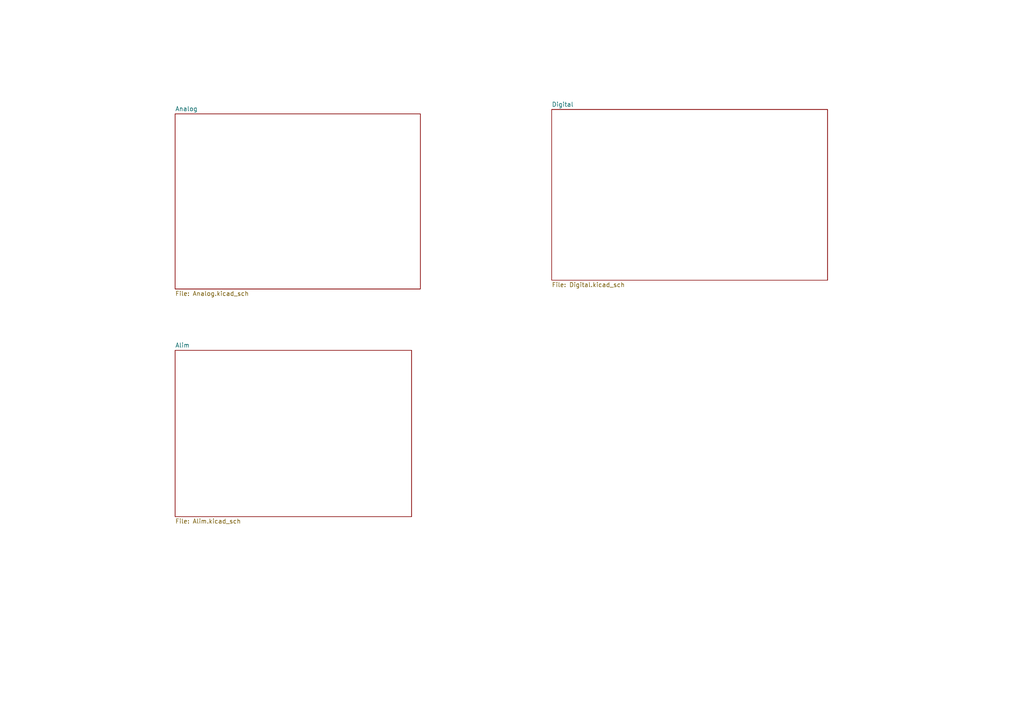
<source format=kicad_sch>
(kicad_sch
	(version 20250114)
	(generator "eeschema")
	(generator_version "9.0")
	(uuid "867ce2f3-3a95-4634-9d6e-934c4fecdc67")
	(paper "A4")
	(title_block
		(title "OSCAR Audio 1.0")
		(date "2025-05-30")
		(rev "2")
		(company "DAD Design")
	)
	(lib_symbols)
	(sheet
		(at 160.02 31.75)
		(size 80.01 49.53)
		(exclude_from_sim no)
		(in_bom yes)
		(on_board yes)
		(dnp no)
		(fields_autoplaced yes)
		(stroke
			(width 0.1524)
			(type solid)
		)
		(fill
			(color 0 0 0 0.0000)
		)
		(uuid "6881cd18-d214-46ba-96dd-b3fe5f0d7c99")
		(property "Sheetname" "Digital"
			(at 160.02 31.0384 0)
			(effects
				(font
					(size 1.27 1.27)
				)
				(justify left bottom)
			)
		)
		(property "Sheetfile" "Digital.kicad_sch"
			(at 160.02 81.8646 0)
			(effects
				(font
					(size 1.27 1.27)
				)
				(justify left top)
			)
		)
		(instances
			(project "OSCAR_Audio"
				(path "/867ce2f3-3a95-4634-9d6e-934c4fecdc67"
					(page "3")
				)
			)
		)
	)
	(sheet
		(at 50.8 101.6)
		(size 68.58 48.26)
		(exclude_from_sim no)
		(in_bom yes)
		(on_board yes)
		(dnp no)
		(fields_autoplaced yes)
		(stroke
			(width 0.1524)
			(type solid)
		)
		(fill
			(color 0 0 0 0.0000)
		)
		(uuid "6bf698c6-17a5-4321-a583-f7347388cd71")
		(property "Sheetname" "Alim"
			(at 50.8 100.8884 0)
			(effects
				(font
					(size 1.27 1.27)
				)
				(justify left bottom)
			)
		)
		(property "Sheetfile" "Alim.kicad_sch"
			(at 50.8 150.4446 0)
			(effects
				(font
					(size 1.27 1.27)
				)
				(justify left top)
			)
		)
		(instances
			(project "OSCAR_Audio"
				(path "/867ce2f3-3a95-4634-9d6e-934c4fecdc67"
					(page "4")
				)
			)
		)
	)
	(sheet
		(at 50.8 33.02)
		(size 71.12 50.8)
		(exclude_from_sim no)
		(in_bom yes)
		(on_board yes)
		(dnp no)
		(fields_autoplaced yes)
		(stroke
			(width 0.1524)
			(type solid)
		)
		(fill
			(color 0 0 0 0.0000)
		)
		(uuid "ccbf74ef-1348-41e2-b647-046f70e2d4ad")
		(property "Sheetname" "Analog"
			(at 50.8 32.3084 0)
			(effects
				(font
					(size 1.27 1.27)
				)
				(justify left bottom)
			)
		)
		(property "Sheetfile" "Analog.kicad_sch"
			(at 50.8 84.4046 0)
			(effects
				(font
					(size 1.27 1.27)
				)
				(justify left top)
			)
		)
		(instances
			(project "OSCAR_Audio"
				(path "/867ce2f3-3a95-4634-9d6e-934c4fecdc67"
					(page "2")
				)
			)
		)
	)
	(sheet_instances
		(path "/"
			(page "1")
		)
	)
	(embedded_fonts no)
)

</source>
